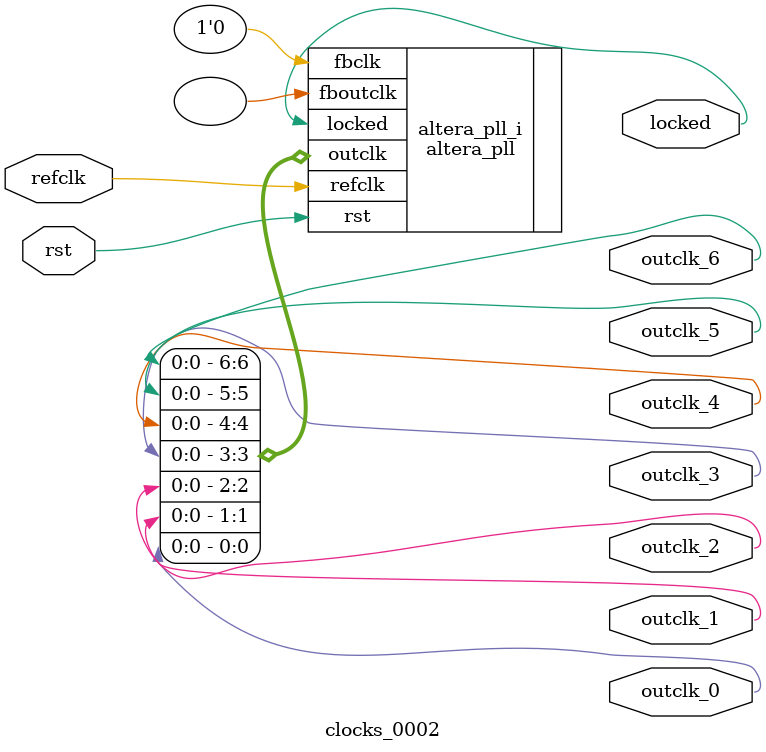
<source format=v>
`timescale 1ns/10ps
module  clocks_0002(

	// interface 'refclk'
	input wire refclk,

	// interface 'reset'
	input wire rst,

	// interface 'outclk0'
	output wire outclk_0,

	// interface 'outclk1'
	output wire outclk_1,

	// interface 'outclk2'
	output wire outclk_2,

	// interface 'outclk3'
	output wire outclk_3,

	// interface 'outclk4'
	output wire outclk_4,

	// interface 'outclk5'
	output wire outclk_5,

	// interface 'outclk6'
	output wire outclk_6,

	// interface 'locked'
	output wire locked
);

	altera_pll #(
		.fractional_vco_multiplier("false"),
		.reference_clock_frequency("50.0 MHz"),
		.operation_mode("direct"),
		.number_of_clocks(7),
		.output_clock_frequency0("28.000000 MHz"),
		.phase_shift0("0 ps"),
		.duty_cycle0(50),
		.output_clock_frequency1("28.000000 MHz"),
		.phase_shift1("17857 ps"),
		.duty_cycle1(50),
		.output_clock_frequency2("14.000000 MHz"),
		.phase_shift2("0 ps"),
		.duty_cycle2(50),
		.output_clock_frequency3("7.000000 MHz"),
		.phase_shift3("0 ps"),
		.duty_cycle3(50),
		.output_clock_frequency4("140.000000 MHz"),
		.phase_shift4("0 ps"),
		.duty_cycle4(50),
		.output_clock_frequency5("112.000000 MHz"),
		.phase_shift5("0 ps"),
		.duty_cycle5(50),
		.output_clock_frequency6("112.000000 MHz"),
		.phase_shift6("6696 ps"),
		.duty_cycle6(50),
		.output_clock_frequency7("0 MHz"),
		.phase_shift7("0 ps"),
		.duty_cycle7(50),
		.output_clock_frequency8("0 MHz"),
		.phase_shift8("0 ps"),
		.duty_cycle8(50),
		.output_clock_frequency9("0 MHz"),
		.phase_shift9("0 ps"),
		.duty_cycle9(50),
		.output_clock_frequency10("0 MHz"),
		.phase_shift10("0 ps"),
		.duty_cycle10(50),
		.output_clock_frequency11("0 MHz"),
		.phase_shift11("0 ps"),
		.duty_cycle11(50),
		.output_clock_frequency12("0 MHz"),
		.phase_shift12("0 ps"),
		.duty_cycle12(50),
		.output_clock_frequency13("0 MHz"),
		.phase_shift13("0 ps"),
		.duty_cycle13(50),
		.output_clock_frequency14("0 MHz"),
		.phase_shift14("0 ps"),
		.duty_cycle14(50),
		.output_clock_frequency15("0 MHz"),
		.phase_shift15("0 ps"),
		.duty_cycle15(50),
		.output_clock_frequency16("0 MHz"),
		.phase_shift16("0 ps"),
		.duty_cycle16(50),
		.output_clock_frequency17("0 MHz"),
		.phase_shift17("0 ps"),
		.duty_cycle17(50),
		.pll_type("General"),
		.pll_subtype("General")
	) altera_pll_i (
		.rst	(rst),
		.outclk	({outclk_6, outclk_5, outclk_4, outclk_3, outclk_2, outclk_1, outclk_0}),
		.locked	(locked),
		.fboutclk	( ),
		.fbclk	(1'b0),
		.refclk	(refclk)
	);
endmodule


</source>
